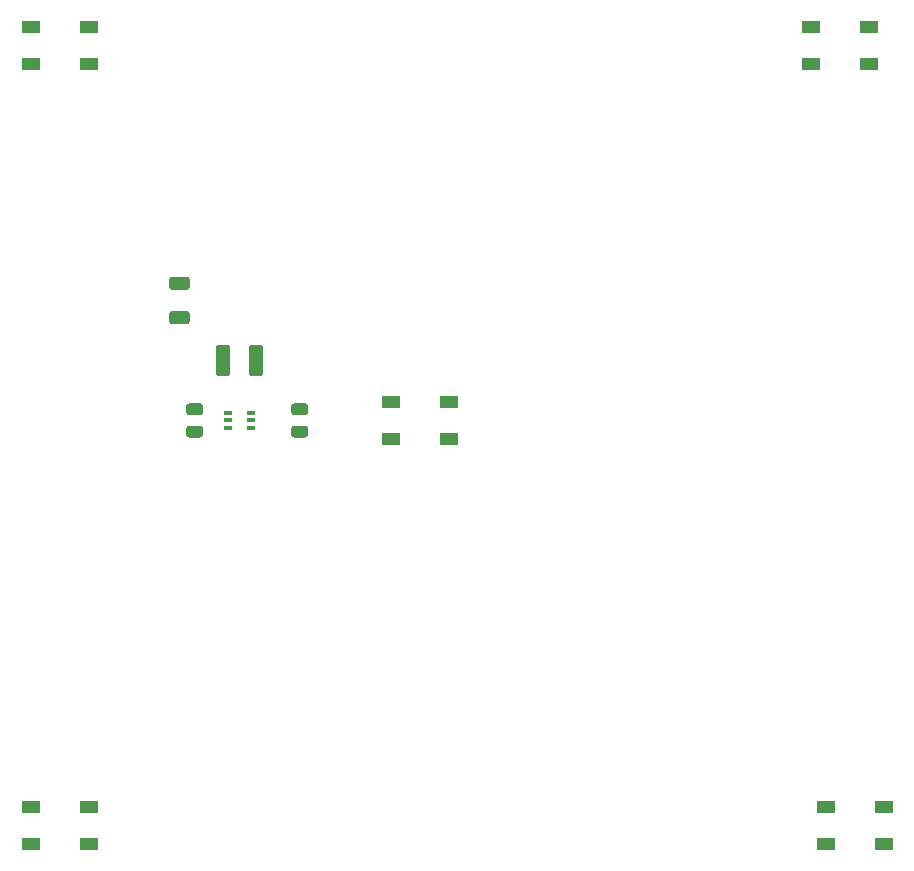
<source format=gbr>
%TF.GenerationSoftware,KiCad,Pcbnew,(5.1.10)-1*%
%TF.CreationDate,2021-09-15T08:26:03+02:00*%
%TF.ProjectId,Light_trainer,4c696768-745f-4747-9261-696e65722e6b,rev?*%
%TF.SameCoordinates,Original*%
%TF.FileFunction,Paste,Top*%
%TF.FilePolarity,Positive*%
%FSLAX46Y46*%
G04 Gerber Fmt 4.6, Leading zero omitted, Abs format (unit mm)*
G04 Created by KiCad (PCBNEW (5.1.10)-1) date 2021-09-15 08:26:03*
%MOMM*%
%LPD*%
G01*
G04 APERTURE LIST*
%ADD10R,0.650000X0.400000*%
%ADD11R,1.500000X1.000000*%
G04 APERTURE END LIST*
%TO.C,R1*%
G36*
G01*
X116214999Y-89800000D02*
X117465001Y-89800000D01*
G75*
G02*
X117715000Y-90049999I0J-249999D01*
G01*
X117715000Y-90675001D01*
G75*
G02*
X117465001Y-90925000I-249999J0D01*
G01*
X116214999Y-90925000D01*
G75*
G02*
X115965000Y-90675001I0J249999D01*
G01*
X115965000Y-90049999D01*
G75*
G02*
X116214999Y-89800000I249999J0D01*
G01*
G37*
G36*
G01*
X116214999Y-86875000D02*
X117465001Y-86875000D01*
G75*
G02*
X117715000Y-87124999I0J-249999D01*
G01*
X117715000Y-87750001D01*
G75*
G02*
X117465001Y-88000000I-249999J0D01*
G01*
X116214999Y-88000000D01*
G75*
G02*
X115965000Y-87750001I0J249999D01*
G01*
X115965000Y-87124999D01*
G75*
G02*
X116214999Y-86875000I249999J0D01*
G01*
G37*
%TD*%
D10*
%TO.C,U1*%
X122870000Y-98410000D03*
X122870000Y-99710000D03*
X120970000Y-99060000D03*
X122870000Y-99060000D03*
X120970000Y-99710000D03*
X120970000Y-98410000D03*
%TD*%
%TO.C,L1*%
G36*
G01*
X122695000Y-95055000D02*
X122695000Y-92905000D01*
G75*
G02*
X122945000Y-92655000I250000J0D01*
G01*
X123695000Y-92655000D01*
G75*
G02*
X123945000Y-92905000I0J-250000D01*
G01*
X123945000Y-95055000D01*
G75*
G02*
X123695000Y-95305000I-250000J0D01*
G01*
X122945000Y-95305000D01*
G75*
G02*
X122695000Y-95055000I0J250000D01*
G01*
G37*
G36*
G01*
X119895000Y-95055000D02*
X119895000Y-92905000D01*
G75*
G02*
X120145000Y-92655000I250000J0D01*
G01*
X120895000Y-92655000D01*
G75*
G02*
X121145000Y-92905000I0J-250000D01*
G01*
X121145000Y-95055000D01*
G75*
G02*
X120895000Y-95305000I-250000J0D01*
G01*
X120145000Y-95305000D01*
G75*
G02*
X119895000Y-95055000I0J250000D01*
G01*
G37*
%TD*%
%TO.C,C2*%
G36*
G01*
X127475000Y-98610000D02*
X126525000Y-98610000D01*
G75*
G02*
X126275000Y-98360000I0J250000D01*
G01*
X126275000Y-97860000D01*
G75*
G02*
X126525000Y-97610000I250000J0D01*
G01*
X127475000Y-97610000D01*
G75*
G02*
X127725000Y-97860000I0J-250000D01*
G01*
X127725000Y-98360000D01*
G75*
G02*
X127475000Y-98610000I-250000J0D01*
G01*
G37*
G36*
G01*
X127475000Y-100510000D02*
X126525000Y-100510000D01*
G75*
G02*
X126275000Y-100260000I0J250000D01*
G01*
X126275000Y-99760000D01*
G75*
G02*
X126525000Y-99510000I250000J0D01*
G01*
X127475000Y-99510000D01*
G75*
G02*
X127725000Y-99760000I0J-250000D01*
G01*
X127725000Y-100260000D01*
G75*
G02*
X127475000Y-100510000I-250000J0D01*
G01*
G37*
%TD*%
%TO.C,C1*%
G36*
G01*
X118585000Y-98610000D02*
X117635000Y-98610000D01*
G75*
G02*
X117385000Y-98360000I0J250000D01*
G01*
X117385000Y-97860000D01*
G75*
G02*
X117635000Y-97610000I250000J0D01*
G01*
X118585000Y-97610000D01*
G75*
G02*
X118835000Y-97860000I0J-250000D01*
G01*
X118835000Y-98360000D01*
G75*
G02*
X118585000Y-98610000I-250000J0D01*
G01*
G37*
G36*
G01*
X118585000Y-100510000D02*
X117635000Y-100510000D01*
G75*
G02*
X117385000Y-100260000I0J250000D01*
G01*
X117385000Y-99760000D01*
G75*
G02*
X117635000Y-99510000I250000J0D01*
G01*
X118585000Y-99510000D01*
G75*
G02*
X118835000Y-99760000I0J-250000D01*
G01*
X118835000Y-100260000D01*
G75*
G02*
X118585000Y-100510000I-250000J0D01*
G01*
G37*
%TD*%
D11*
%TO.C,D5*%
X171540000Y-131750000D03*
X171540000Y-134950000D03*
X176440000Y-131750000D03*
X176440000Y-134950000D03*
%TD*%
%TO.C,D4*%
X170270000Y-65710000D03*
X170270000Y-68910000D03*
X175170000Y-65710000D03*
X175170000Y-68910000D03*
%TD*%
%TO.C,D3*%
X104230000Y-65710000D03*
X104230000Y-68910000D03*
X109130000Y-65710000D03*
X109130000Y-68910000D03*
%TD*%
%TO.C,D2*%
X104230000Y-131750000D03*
X104230000Y-134950000D03*
X109130000Y-131750000D03*
X109130000Y-134950000D03*
%TD*%
%TO.C,D1*%
X134710000Y-97460000D03*
X134710000Y-100660000D03*
X139610000Y-97460000D03*
X139610000Y-100660000D03*
%TD*%
M02*

</source>
